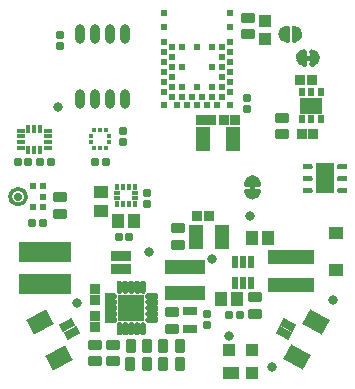
<source format=gts>
G04*
G04 #@! TF.GenerationSoftware,Altium Limited,Altium Designer,20.2.6 (244)*
G04*
G04 Layer_Color=8388736*
%FSLAX25Y25*%
%MOIN*%
G70*
G04*
G04 #@! TF.SameCoordinates,E73447B6-61B4-4EEF-956E-7A2C62B3FEF5*
G04*
G04*
G04 #@! TF.FilePolarity,Negative*
G04*
G01*
G75*
%ADD26C,0.01595*%
G04:AMPARAMS|DCode=43|XSize=10mil|YSize=10mil|CornerRadius=1.25mil|HoleSize=0mil|Usage=FLASHONLY|Rotation=90.000|XOffset=0mil|YOffset=0mil|HoleType=Round|Shape=RoundedRectangle|*
%AMROUNDEDRECTD43*
21,1,0.01000,0.00750,0,0,90.0*
21,1,0.00750,0.01000,0,0,90.0*
1,1,0.00250,0.00375,0.00375*
1,1,0.00250,0.00375,-0.00375*
1,1,0.00250,-0.00375,-0.00375*
1,1,0.00250,-0.00375,0.00375*
%
%ADD43ROUNDEDRECTD43*%
G04:AMPARAMS|DCode=44|XSize=10mil|YSize=10mil|CornerRadius=1.25mil|HoleSize=0mil|Usage=FLASHONLY|Rotation=180.000|XOffset=0mil|YOffset=0mil|HoleType=Round|Shape=RoundedRectangle|*
%AMROUNDEDRECTD44*
21,1,0.01000,0.00750,0,0,180.0*
21,1,0.00750,0.01000,0,0,180.0*
1,1,0.00250,-0.00375,0.00375*
1,1,0.00250,0.00375,0.00375*
1,1,0.00250,0.00375,-0.00375*
1,1,0.00250,-0.00375,-0.00375*
%
%ADD44ROUNDEDRECTD44*%
%ADD51R,0.01378X0.01476*%
%ADD52R,0.01476X0.01378*%
%ADD55C,0.00992*%
%ADD64C,0.01181*%
%ADD65C,0.01800*%
%ADD66R,0.02375X0.02375*%
%ADD67R,0.03477X0.03320*%
%ADD68R,0.06299X0.09843*%
G04:AMPARAMS|DCode=69|XSize=74.93mil|YSize=55.24mil|CornerRadius=0mil|HoleSize=0mil|Usage=FLASHONLY|Rotation=28.000|XOffset=0mil|YOffset=0mil|HoleType=Round|Shape=Rectangle|*
%AMROTATEDRECTD69*
4,1,4,-0.02011,-0.04198,-0.04605,0.00680,0.02011,0.04198,0.04605,-0.00680,-0.02011,-0.04198,0.0*
%
%ADD69ROTATEDRECTD69*%

G04:AMPARAMS|DCode=70|XSize=47.37mil|YSize=27.69mil|CornerRadius=0mil|HoleSize=0mil|Usage=FLASHONLY|Rotation=28.000|XOffset=0mil|YOffset=0mil|HoleType=Round|Shape=Rectangle|*
%AMROTATEDRECTD70*
4,1,4,-0.01441,-0.02334,-0.02741,0.00110,0.01441,0.02334,0.02741,-0.00110,-0.01441,-0.02334,0.0*
%
%ADD70ROTATEDRECTD70*%

%ADD71R,0.05131X0.08280*%
%ADD72C,0.03162*%
%ADD73R,0.04540X0.04343*%
G04:AMPARAMS|DCode=74|XSize=47.37mil|YSize=35.56mil|CornerRadius=10.89mil|HoleSize=0mil|Usage=FLASHONLY|Rotation=180.000|XOffset=0mil|YOffset=0mil|HoleType=Round|Shape=RoundedRectangle|*
%AMROUNDEDRECTD74*
21,1,0.04737,0.01378,0,0,180.0*
21,1,0.02559,0.03556,0,0,180.0*
1,1,0.02178,-0.01280,0.00689*
1,1,0.02178,0.01280,0.00689*
1,1,0.02178,0.01280,-0.00689*
1,1,0.02178,-0.01280,-0.00689*
%
%ADD74ROUNDEDRECTD74*%
G04:AMPARAMS|DCode=75|XSize=47.37mil|YSize=35.56mil|CornerRadius=10.89mil|HoleSize=0mil|Usage=FLASHONLY|Rotation=270.000|XOffset=0mil|YOffset=0mil|HoleType=Round|Shape=RoundedRectangle|*
%AMROUNDEDRECTD75*
21,1,0.04737,0.01378,0,0,270.0*
21,1,0.02559,0.03556,0,0,270.0*
1,1,0.02178,-0.00689,-0.01280*
1,1,0.02178,-0.00689,0.01280*
1,1,0.02178,0.00689,0.01280*
1,1,0.02178,0.00689,-0.01280*
%
%ADD75ROUNDEDRECTD75*%
%ADD76R,0.03792X0.03635*%
%ADD77R,0.04540X0.02572*%
G04:AMPARAMS|DCode=78|XSize=29.65mil|YSize=27.69mil|CornerRadius=6.46mil|HoleSize=0mil|Usage=FLASHONLY|Rotation=0.000|XOffset=0mil|YOffset=0mil|HoleType=Round|Shape=RoundedRectangle|*
%AMROUNDEDRECTD78*
21,1,0.02965,0.01476,0,0,0.0*
21,1,0.01673,0.02769,0,0,0.0*
1,1,0.01292,0.00837,-0.00738*
1,1,0.01292,-0.00837,-0.00738*
1,1,0.01292,-0.00837,0.00738*
1,1,0.01292,0.00837,0.00738*
%
%ADD78ROUNDEDRECTD78*%
%ADD79R,0.07493X0.05721*%
%ADD80R,0.02375X0.02965*%
%ADD81R,0.04737X0.04343*%
G04:AMPARAMS|DCode=82|XSize=29.65mil|YSize=27.69mil|CornerRadius=6.46mil|HoleSize=0mil|Usage=FLASHONLY|Rotation=270.000|XOffset=0mil|YOffset=0mil|HoleType=Round|Shape=RoundedRectangle|*
%AMROUNDEDRECTD82*
21,1,0.02965,0.01476,0,0,270.0*
21,1,0.01673,0.02769,0,0,270.0*
1,1,0.01292,-0.00738,-0.00837*
1,1,0.01292,-0.00738,0.00837*
1,1,0.01292,0.00738,0.00837*
1,1,0.01292,0.00738,-0.00837*
%
%ADD82ROUNDEDRECTD82*%
%ADD83R,0.01784X0.01883*%
%ADD84R,0.01883X0.01784*%
%ADD85R,0.04147X0.04540*%
%ADD86O,0.03162X0.06509*%
%ADD87R,0.02055X0.02362*%
%ADD88R,0.03950X0.03950*%
%ADD89R,0.04540X0.02965*%
G04:AMPARAMS|DCode=90|XSize=47.37mil|YSize=27.69mil|CornerRadius=0mil|HoleSize=0mil|Usage=FLASHONLY|Rotation=151.000|XOffset=0mil|YOffset=0mil|HoleType=Round|Shape=Rectangle|*
%AMROTATEDRECTD90*
4,1,4,0.02743,0.00062,0.01401,-0.02359,-0.02743,-0.00062,-0.01401,0.02359,0.02743,0.00062,0.0*
%
%ADD90ROTATEDRECTD90*%

G04:AMPARAMS|DCode=91|XSize=74.93mil|YSize=55.24mil|CornerRadius=0mil|HoleSize=0mil|Usage=FLASHONLY|Rotation=151.000|XOffset=0mil|YOffset=0mil|HoleType=Round|Shape=Rectangle|*
%AMROTATEDRECTD91*
4,1,4,0.04616,0.00600,0.01938,-0.04232,-0.04616,-0.00600,-0.01938,0.04232,0.04616,0.00600,0.0*
%
%ADD91ROTATEDRECTD91*%

%ADD92R,0.02178X0.03950*%
%ADD93R,0.02670X0.01784*%
%ADD94R,0.01784X0.02670*%
%ADD95R,0.08871X0.08871*%
%ADD96R,0.15367X0.04658*%
%ADD97R,0.17729X0.07099*%
%ADD98R,0.13398X0.04737*%
%ADD99R,0.03950X0.04343*%
%ADD100R,0.05524X0.04343*%
%ADD101R,0.03241X0.03398*%
%ADD102R,0.03398X0.03241*%
%ADD103C,0.02769*%
%ADD104C,0.02600*%
G36*
X36252Y57497D02*
X36304Y57487D01*
X36353Y57470D01*
X36400Y57447D01*
X36444Y57418D01*
X36483Y57384D01*
X36518Y57344D01*
X36547Y57300D01*
X36570Y57253D01*
X36587Y57204D01*
X36597Y57152D01*
X36601Y57100D01*
X36601Y52850D01*
X36599Y52826D01*
X36598Y52802D01*
X36598Y52800D01*
X36597Y52798D01*
X36593Y52774D01*
X36588Y52750D01*
X36588Y52748D01*
X36587Y52746D01*
X36579Y52723D01*
X36572Y52701D01*
X36571Y52699D01*
X36570Y52697D01*
X36560Y52675D01*
X36549Y52653D01*
X36548Y52652D01*
X36547Y52650D01*
X36534Y52630D01*
X36521Y52609D01*
X36519Y52608D01*
X36518Y52606D01*
X36503Y52588D01*
X36487Y52570D01*
X36485Y52568D01*
X36483Y52567D01*
X36466Y52551D01*
X36448Y52535D01*
X36446Y52533D01*
X36444Y52532D01*
X36425Y52519D01*
X36404Y52505D01*
X36402Y52504D01*
X36400Y52503D01*
X36380Y52492D01*
X36358Y52481D01*
X36355Y52481D01*
X36353Y52480D01*
X36331Y52472D01*
X36308Y52464D01*
X36306Y52464D01*
X36304Y52463D01*
X36280Y52458D01*
X36257Y52453D01*
X36255Y52453D01*
X36252Y52453D01*
X36229Y52451D01*
X36204Y52449D01*
X36202Y52449D01*
X36200Y52449D01*
X36176Y52451D01*
X36152Y52452D01*
X36150Y52452D01*
X36148Y52453D01*
X36124Y52457D01*
X36101Y52462D01*
X36098Y52462D01*
X36096Y52463D01*
X36073Y52471D01*
X36051Y52478D01*
X36049Y52479D01*
X36047Y52480D01*
X36025Y52490D01*
X36003Y52501D01*
X36002Y52502D01*
X36000Y52503D01*
X35980Y52516D01*
X35960Y52529D01*
X33959Y54029D01*
X33958Y54031D01*
X33956Y54032D01*
X33937Y54048D01*
X33920Y54063D01*
X33918Y54065D01*
X33917Y54066D01*
X33901Y54084D01*
X33885Y54102D01*
X33883Y54104D01*
X33882Y54106D01*
X33869Y54125D01*
X33855Y54146D01*
X33854Y54148D01*
X33853Y54150D01*
X33842Y54171D01*
X33831Y54193D01*
X33831Y54195D01*
X33830Y54197D01*
X33822Y54219D01*
X33814Y54242D01*
X33814Y54244D01*
X33813Y54246D01*
X33808Y54269D01*
X33803Y54293D01*
X33803Y54295D01*
X33803Y54298D01*
X33801Y54322D01*
X33799Y54346D01*
X33799Y54348D01*
X33799Y54350D01*
X33799Y56100D01*
X33803Y56152D01*
X33813Y56204D01*
X33830Y56253D01*
X33841Y56277D01*
X33853Y56300D01*
X33863Y56315D01*
X33882Y56344D01*
X33917Y56384D01*
X34917Y57384D01*
X34956Y57418D01*
X35000Y57447D01*
X35047Y57470D01*
X35096Y57487D01*
X35148Y57497D01*
X35200Y57501D01*
X36200D01*
X36252Y57497D01*
D02*
G37*
G36*
X39752Y57497D02*
X39804Y57487D01*
X39853Y57470D01*
X39900Y57447D01*
X39944Y57418D01*
X39983Y57384D01*
X40983Y56384D01*
X41018Y56344D01*
X41028Y56330D01*
X41047Y56300D01*
X41070Y56253D01*
X41087Y56204D01*
X41097Y56152D01*
X41101Y56100D01*
X41101Y54350D01*
X41101Y54348D01*
X41101Y54346D01*
X41099Y54322D01*
X41097Y54298D01*
X41097Y54295D01*
X41097Y54293D01*
X41092Y54269D01*
X41087Y54246D01*
X41087Y54244D01*
X41086Y54242D01*
X41078Y54219D01*
X41070Y54197D01*
X41069Y54195D01*
X41069Y54193D01*
X41058Y54171D01*
X41047Y54150D01*
X41046Y54148D01*
X41045Y54146D01*
X41031Y54125D01*
X41018Y54106D01*
X41017Y54104D01*
X41015Y54102D01*
X40999Y54085D01*
X40984Y54066D01*
X40982Y54065D01*
X40980Y54063D01*
X40962Y54048D01*
X40944Y54032D01*
X40942Y54031D01*
X40940Y54029D01*
X38941Y52529D01*
X38920Y52516D01*
X38901Y52503D01*
X38899Y52502D01*
X38897Y52501D01*
X38875Y52490D01*
X38853Y52480D01*
X38851Y52479D01*
X38849Y52478D01*
X38827Y52470D01*
X38804Y52463D01*
X38802Y52462D01*
X38800Y52462D01*
X38776Y52457D01*
X38752Y52452D01*
X38750Y52452D01*
X38748Y52452D01*
X38724Y52451D01*
X38700Y52449D01*
X38698Y52449D01*
X38696Y52449D01*
X38671Y52451D01*
X38648Y52452D01*
X38645Y52453D01*
X38643Y52453D01*
X38620Y52458D01*
X38596Y52463D01*
X38594Y52464D01*
X38592Y52464D01*
X38569Y52472D01*
X38547Y52480D01*
X38545Y52481D01*
X38543Y52481D01*
X38521Y52492D01*
X38500Y52503D01*
X38498Y52504D01*
X38496Y52505D01*
X38476Y52519D01*
X38456Y52532D01*
X38454Y52533D01*
X38453Y52535D01*
X38434Y52551D01*
X38417Y52566D01*
X38415Y52568D01*
X38414Y52570D01*
X38398Y52588D01*
X38382Y52606D01*
X38381Y52608D01*
X38379Y52609D01*
X38366Y52630D01*
X38353Y52649D01*
X38352Y52652D01*
X38351Y52653D01*
X38340Y52675D01*
X38330Y52697D01*
X38329Y52699D01*
X38328Y52701D01*
X38320Y52723D01*
X38313Y52746D01*
X38312Y52748D01*
X38312Y52750D01*
X38307Y52774D01*
X38303Y52798D01*
X38302Y52800D01*
X38302Y52802D01*
X38301Y52826D01*
X38299Y52850D01*
X38299Y57100D01*
X38303Y57152D01*
X38313Y57204D01*
X38330Y57253D01*
X38353Y57300D01*
X38382Y57344D01*
X38416Y57384D01*
X38456Y57418D01*
X38500Y57447D01*
X38547Y57470D01*
X38596Y57487D01*
X38648Y57497D01*
X38700Y57501D01*
X39700Y57501D01*
X39752Y57497D01*
D02*
G37*
G36*
X42145Y49618D02*
X42196Y49608D01*
X42246Y49591D01*
X42293Y49568D01*
X42322Y49549D01*
X42336Y49539D01*
X42376Y49504D01*
Y49504D01*
X42376D01*
X42410Y49465D01*
X42420Y49450D01*
X42439Y49421D01*
X42463Y49374D01*
X42480Y49325D01*
X42490Y49273D01*
X42493Y49221D01*
X42493Y44971D01*
X42492Y44947D01*
X42490Y44923D01*
X42490Y44921D01*
X42490Y44918D01*
X42485Y44895D01*
X42481Y44871D01*
X42480Y44869D01*
X42480Y44867D01*
X42472Y44844D01*
X42465Y44821D01*
X42463Y44819D01*
X42463Y44817D01*
X42452Y44796D01*
X42442Y44774D01*
X42441Y44772D01*
X42440Y44770D01*
X42426Y44751D01*
X42413Y44730D01*
X42412Y44728D01*
X42410Y44727D01*
X42395Y44709D01*
X42379Y44690D01*
X42377Y44689D01*
X42376Y44687D01*
X42358Y44672D01*
X42340Y44655D01*
X42338Y44654D01*
X42336Y44653D01*
X42317Y44640D01*
X42297Y44626D01*
X42295Y44625D01*
X42293Y44624D01*
X42271Y44613D01*
X42250Y44602D01*
X42248Y44601D01*
X42246Y44600D01*
X42223Y44592D01*
X42200Y44585D01*
X42198Y44584D01*
X42196Y44583D01*
X42173Y44579D01*
X42149Y44574D01*
X42147Y44574D01*
X42145Y44573D01*
X42121Y44572D01*
X42097Y44570D01*
X42095Y44570D01*
X42092Y44570D01*
X42069Y44571D01*
X42044Y44573D01*
X42042Y44573D01*
X42040Y44573D01*
X42017Y44578D01*
X41993Y44582D01*
X41991Y44583D01*
X41989Y44583D01*
X41966Y44591D01*
X41943Y44599D01*
X41941Y44600D01*
X41939Y44600D01*
X41918Y44611D01*
X41896Y44621D01*
X41894Y44623D01*
X41892Y44624D01*
X41872Y44637D01*
X41852Y44650D01*
X39852Y46150D01*
X39850Y46152D01*
X39848Y46153D01*
X39830Y46169D01*
X39812Y46184D01*
X39811Y46186D01*
X39809Y46187D01*
X39793Y46205D01*
X39777Y46223D01*
X39776Y46225D01*
X39774Y46227D01*
X39761Y46246D01*
X39747Y46266D01*
X39746Y46268D01*
X39745Y46270D01*
X39735Y46292D01*
X39724Y46313D01*
X39723Y46315D01*
X39722Y46317D01*
X39714Y46341D01*
X39706Y46363D01*
X39706Y46365D01*
X39705Y46367D01*
X39700Y46391D01*
X39696Y46414D01*
X39695Y46416D01*
X39695Y46418D01*
X39693Y46443D01*
X39692Y46466D01*
X39692Y46468D01*
X39691Y46471D01*
X39691Y48221D01*
X39695Y48273D01*
X39705Y48324D01*
X39722Y48374D01*
X39745Y48420D01*
X39745Y48421D01*
D01*
X39745Y48421D01*
X39760Y48443D01*
X39774Y48465D01*
X39809Y48504D01*
X40809Y49504D01*
X40809D01*
Y49504D01*
X40848Y49539D01*
X40863Y49549D01*
X40892Y49568D01*
X40938Y49591D01*
X40939Y49591D01*
X40989Y49608D01*
X41030Y49616D01*
X41040Y49618D01*
X41092Y49622D01*
X41092D01*
X41092D01*
X42092D01*
X42145Y49618D01*
D02*
G37*
G36*
X45645Y49618D02*
X45696Y49608D01*
X45746Y49591D01*
X45793Y49568D01*
X45836Y49539D01*
X45876Y49504D01*
X46876Y48504D01*
D01*
D01*
X46876Y48504D01*
X46910Y48465D01*
X46920Y48450D01*
X46940Y48421D01*
X46963Y48374D01*
X46980Y48325D01*
X46990Y48273D01*
X46993Y48221D01*
X46993Y46471D01*
X46993Y46468D01*
X46993Y46466D01*
X46991Y46443D01*
X46990Y46418D01*
X46989Y46416D01*
X46989Y46414D01*
X46984Y46390D01*
X46980Y46367D01*
X46979Y46365D01*
X46978Y46363D01*
X46970Y46340D01*
X46963Y46317D01*
X46962Y46315D01*
X46961Y46313D01*
X46950Y46292D01*
X46940Y46270D01*
X46938Y46268D01*
X46937Y46266D01*
X46924Y46246D01*
X46910Y46227D01*
X46909Y46225D01*
X46908Y46223D01*
X46892Y46205D01*
X46876Y46187D01*
X46874Y46186D01*
X46873Y46184D01*
X46854Y46169D01*
X46836Y46153D01*
X46835Y46152D01*
X46833Y46150D01*
X44833Y44650D01*
X44812Y44637D01*
X44793Y44624D01*
X44791Y44623D01*
X44789Y44621D01*
X44767Y44611D01*
X44746Y44600D01*
X44744Y44600D01*
X44742Y44599D01*
X44719Y44591D01*
X44696Y44583D01*
X44694Y44583D01*
X44692Y44582D01*
X44668Y44578D01*
X44645Y44573D01*
X44642Y44573D01*
X44640Y44573D01*
X44617Y44572D01*
X44592Y44570D01*
X44590Y44570D01*
X44588Y44570D01*
X44564Y44572D01*
X44540Y44573D01*
X44538Y44574D01*
X44536Y44574D01*
X44512Y44579D01*
X44489Y44583D01*
X44486Y44584D01*
X44484Y44585D01*
X44462Y44592D01*
X44439Y44600D01*
X44437Y44601D01*
X44435Y44602D01*
X44414Y44613D01*
X44392Y44624D01*
X44390Y44625D01*
X44388Y44626D01*
X44368Y44640D01*
X44348Y44653D01*
X44347Y44654D01*
X44345Y44655D01*
X44327Y44671D01*
X44309Y44687D01*
X44307Y44689D01*
X44306Y44690D01*
X44290Y44708D01*
X44274Y44727D01*
X44273Y44728D01*
X44272Y44730D01*
X44259Y44750D01*
X44245Y44770D01*
X44244Y44772D01*
X44243Y44774D01*
X44233Y44796D01*
X44222Y44817D01*
X44221Y44820D01*
X44220Y44821D01*
X44213Y44844D01*
X44205Y44867D01*
X44205Y44869D01*
X44204Y44871D01*
X44200Y44895D01*
X44195Y44918D01*
X44195Y44921D01*
X44194Y44923D01*
X44193Y44946D01*
X44192Y44971D01*
X44192Y49221D01*
X44195Y49273D01*
X44205Y49325D01*
X44222Y49374D01*
X44245Y49421D01*
X44274Y49465D01*
X44309Y49504D01*
X44348Y49539D01*
X44392Y49568D01*
X44439Y49591D01*
X44489Y49608D01*
X44540Y49618D01*
X44592Y49622D01*
X45592D01*
X45645Y49618D01*
D02*
G37*
G36*
X56405Y10051D02*
X53768D01*
X53442Y10186D01*
X53193Y10435D01*
X53058Y10761D01*
Y10937D01*
Y11113D01*
X53193Y11439D01*
X53442Y11688D01*
X53768Y11823D01*
X53944D01*
X53944Y11823D01*
X56405Y11823D01*
X56405Y10051D01*
D02*
G37*
G36*
X44603Y11688D02*
X44853Y11439D01*
X44987Y11113D01*
Y10937D01*
Y10761D01*
X44853Y10435D01*
X44603Y10186D01*
X44278Y10051D01*
X44102D01*
X44102Y10051D01*
X41641Y10051D01*
X41641Y11823D01*
X44102Y11823D01*
X44278D01*
X44603Y11688D01*
D02*
G37*
G36*
X25863Y7673D02*
X25916Y7669D01*
X25967Y7659D01*
X26017Y7642D01*
X26062Y7620D01*
X26064Y7619D01*
D01*
X26064Y7619D01*
X26085Y7604D01*
X26107Y7590D01*
X26147Y7555D01*
X27147Y6555D01*
X27176Y6521D01*
X27181Y6516D01*
X27210Y6472D01*
X27233Y6425D01*
X27242Y6401D01*
X27250Y6376D01*
X27261Y6324D01*
X27264Y6272D01*
Y6272D01*
Y6272D01*
X27264Y5272D01*
X27261Y5220D01*
X27250Y5168D01*
X27233Y5119D01*
X27222Y5095D01*
X27210Y5071D01*
X27181Y5028D01*
X27147Y4989D01*
X27147D01*
Y4989D01*
X27107Y4954D01*
X27064Y4925D01*
X27040Y4913D01*
X27016Y4902D01*
X26967Y4885D01*
X26915Y4874D01*
X26863Y4871D01*
X22613Y4871D01*
X22589Y4873D01*
X22565Y4874D01*
X22563Y4874D01*
X22561Y4874D01*
X22537Y4879D01*
X22514Y4884D01*
X22512Y4884D01*
X22509Y4885D01*
X22487Y4892D01*
X22464Y4900D01*
X22462Y4901D01*
X22460Y4902D01*
X22438Y4912D01*
X22416Y4923D01*
X22415Y4924D01*
X22413Y4925D01*
X22393Y4938D01*
X22373Y4951D01*
X22371Y4953D01*
X22369Y4954D01*
X22351Y4970D01*
X22333Y4985D01*
X22331Y4987D01*
X22330Y4989D01*
X22314Y5006D01*
X22298Y5024D01*
X22297Y5026D01*
X22295Y5028D01*
X22282Y5048D01*
X22268Y5068D01*
X22267Y5070D01*
X22266Y5071D01*
X22255Y5093D01*
X22244Y5114D01*
X22244Y5116D01*
X22243Y5119D01*
X22235Y5141D01*
X22227Y5164D01*
X22227Y5166D01*
X22226Y5168D01*
X22221Y5192D01*
X22216Y5215D01*
X22216Y5217D01*
X22216Y5220D01*
X22214Y5243D01*
X22212Y5268D01*
X22212Y5270D01*
X22212Y5272D01*
X22214Y5296D01*
X22215Y5320D01*
X22216Y5322D01*
X22216Y5324D01*
X22220Y5348D01*
X22225Y5371D01*
X22226Y5373D01*
X22226Y5376D01*
X22234Y5398D01*
X22241Y5421D01*
X22242Y5423D01*
X22243Y5425D01*
X22253Y5447D01*
X22264Y5469D01*
X22265Y5470D01*
X22266Y5472D01*
X22279Y5492D01*
X22292Y5512D01*
X23792Y7513D01*
X23794Y7514D01*
X23795Y7516D01*
X23811Y7534D01*
X23827Y7552D01*
X23828Y7554D01*
X23830Y7555D01*
X23848Y7571D01*
X23866Y7587D01*
X23867Y7588D01*
X23869Y7590D01*
X23889Y7603D01*
X23909Y7617D01*
X23911Y7618D01*
X23913Y7619D01*
X23934Y7630D01*
X23956Y7641D01*
X23958Y7641D01*
X23960Y7642D01*
X23982Y7650D01*
X24005Y7658D01*
X24007Y7659D01*
X24009Y7659D01*
X24033Y7664D01*
X24057Y7669D01*
X24059Y7669D01*
X24061Y7669D01*
X24085Y7671D01*
X24109Y7673D01*
X24111Y7673D01*
X24113Y7673D01*
X25863Y7673D01*
D02*
G37*
G36*
X44603Y7751D02*
X44853Y7502D01*
X44987Y7176D01*
Y7000D01*
Y6824D01*
X44853Y6498D01*
X44603Y6249D01*
X44278Y6114D01*
X44102D01*
X44102Y6114D01*
X41641Y6114D01*
Y7886D01*
X44102Y7886D01*
X44278D01*
X44603Y7751D01*
D02*
G37*
G36*
X56405Y7886D02*
X56405Y6114D01*
X53944Y6114D01*
X53768D01*
X53442Y6249D01*
X53193Y6498D01*
X53058Y6824D01*
Y7000D01*
Y7176D01*
X53193Y7502D01*
X53442Y7751D01*
X53768Y7886D01*
X53944D01*
X53944Y7886D01*
X56405Y7886D01*
D02*
G37*
G36*
X26915Y3169D02*
X26967Y3159D01*
X27016Y3142D01*
X27064Y3119D01*
X27107Y3090D01*
X27142Y3060D01*
X27147Y3055D01*
Y3055D01*
X27147D01*
X27151Y3051D01*
X27181Y3016D01*
X27210Y2972D01*
X27233Y2925D01*
X27250Y2876D01*
X27261Y2824D01*
X27264Y2772D01*
X27264Y1772D01*
X27261Y1720D01*
X27250Y1668D01*
X27233Y1619D01*
X27210Y1572D01*
X27181Y1528D01*
X27147Y1488D01*
X26147Y489D01*
X26107Y454D01*
X26064Y425D01*
X26017Y402D01*
X25967Y385D01*
X25916Y375D01*
X25863Y371D01*
X25863D01*
D01*
X24113Y371D01*
X24111Y371D01*
X24109Y371D01*
X24085Y373D01*
X24061Y375D01*
X24059Y375D01*
X24056Y375D01*
X24033Y380D01*
X24009Y385D01*
X24007Y385D01*
X24005Y386D01*
X23983Y394D01*
X23960Y402D01*
X23958Y403D01*
X23956Y403D01*
X23934Y414D01*
X23913Y425D01*
X23911Y426D01*
X23909Y427D01*
X23889Y441D01*
X23869Y454D01*
X23867Y455D01*
X23866Y457D01*
X23848Y473D01*
X23830Y489D01*
X23828Y490D01*
X23827Y492D01*
X23811Y510D01*
X23795Y528D01*
X23794Y530D01*
X23792Y531D01*
X22293Y2531D01*
X22279Y2552D01*
X22266Y2572D01*
X22265Y2573D01*
X22264Y2575D01*
X22253Y2597D01*
X22243Y2619D01*
X22242Y2621D01*
X22241Y2623D01*
X22234Y2645D01*
X22226Y2668D01*
X22226Y2670D01*
X22225Y2672D01*
X22220Y2696D01*
X22216Y2720D01*
X22216Y2722D01*
X22215Y2724D01*
X22214Y2748D01*
X22212Y2772D01*
X22212Y2774D01*
X22212Y2776D01*
X22214Y2800D01*
X22216Y2824D01*
X22216Y2826D01*
X22216Y2829D01*
X22221Y2852D01*
X22226Y2876D01*
X22227Y2878D01*
X22227Y2880D01*
X22235Y2902D01*
X22243Y2925D01*
X22244Y2927D01*
X22245Y2929D01*
X22255Y2951D01*
X22266Y2972D01*
X22267Y2974D01*
X22268Y2976D01*
X22282Y2996D01*
X22295Y3016D01*
X22297Y3018D01*
X22298Y3019D01*
X22314Y3037D01*
X22330Y3055D01*
X22331Y3057D01*
X22333Y3059D01*
X22351Y3074D01*
X22369Y3090D01*
X22371Y3091D01*
X22373Y3093D01*
X22393Y3106D01*
X22413Y3119D01*
X22415Y3120D01*
X22417Y3121D01*
X22438Y3131D01*
X22460Y3142D01*
X22462Y3143D01*
X22464Y3144D01*
X22486Y3151D01*
X22510Y3159D01*
X22512Y3160D01*
X22514Y3160D01*
X22537Y3165D01*
X22561Y3169D01*
X22563Y3170D01*
X22565Y3170D01*
X22589Y3171D01*
X22613Y3173D01*
X26863Y3173D01*
D01*
D01*
X26863D01*
X26915Y3169D01*
D02*
G37*
G36*
X44603Y3814D02*
X44853Y3565D01*
X44987Y3239D01*
Y3063D01*
Y2887D01*
X44853Y2561D01*
X44603Y2312D01*
X44278Y2177D01*
X44102D01*
Y2177D01*
X41641Y2177D01*
X41641Y3949D01*
X44278D01*
X44603Y3814D01*
D02*
G37*
G36*
X56405Y3949D02*
X56405Y2177D01*
X53944Y2177D01*
X53768D01*
X53442Y2312D01*
X53193Y2561D01*
X53058Y2887D01*
Y3063D01*
Y3239D01*
X53193Y3565D01*
X53442Y3814D01*
X53768Y3949D01*
X53944D01*
X56405Y3949D01*
D02*
G37*
G36*
X-7060Y-31314D02*
X-7009Y-31325D01*
X-6959Y-31341D01*
X-6912Y-31365D01*
X-6869Y-31394D01*
X-6829Y-31428D01*
X-6795Y-31468D01*
X-6765Y-31511D01*
X-6742Y-31558D01*
X-6725Y-31608D01*
X-6715Y-31659D01*
X-6712Y-31712D01*
Y-32814D01*
X-6715Y-32866D01*
X-6725Y-32918D01*
X-6742Y-32968D01*
X-6765Y-33015D01*
X-6795Y-33058D01*
X-6829Y-33098D01*
X-6869Y-33132D01*
X-6912Y-33161D01*
X-6959Y-33184D01*
X-7009Y-33201D01*
X-7060Y-33212D01*
X-7113Y-33215D01*
X-10018D01*
X-10070Y-33212D01*
X-10121Y-33201D01*
X-10171Y-33184D01*
X-10373Y-33101D01*
X-10373Y-33101D01*
X-10397Y-33089D01*
X-10420Y-33077D01*
X-10464Y-33048D01*
X-10503Y-33014D01*
X-10504Y-33014D01*
X-10659Y-32859D01*
X-10659Y-32859D01*
X-10693Y-32819D01*
X-10722Y-32776D01*
X-10746Y-32729D01*
X-10829Y-32526D01*
X-10846Y-32476D01*
X-10857Y-32425D01*
X-10860Y-32373D01*
Y-32263D01*
Y-32153D01*
X-10857Y-32101D01*
X-10846Y-32050D01*
X-10829Y-32000D01*
X-10746Y-31797D01*
X-10746Y-31797D01*
X-10734Y-31774D01*
X-10722Y-31750D01*
X-10693Y-31707D01*
X-10659Y-31667D01*
X-10659Y-31667D01*
X-10503Y-31512D01*
X-10464Y-31478D01*
X-10450Y-31468D01*
X-10420Y-31449D01*
X-10373Y-31425D01*
X-10171Y-31341D01*
X-10171Y-31341D01*
X-10121Y-31325D01*
X-10090Y-31319D01*
X-10070Y-31314D01*
X-10018Y-31311D01*
X-10018D01*
X-10018D01*
X-7113D01*
X-7060Y-31314D01*
D02*
G37*
G36*
X-21084D02*
X-21033Y-31325D01*
X-20999Y-31336D01*
X-20983Y-31341D01*
X-20983Y-31341D01*
X-20781Y-31425D01*
X-20781Y-31425D01*
X-20749Y-31441D01*
X-20734Y-31449D01*
X-20690Y-31478D01*
X-20651Y-31512D01*
X-20651Y-31512D01*
X-20496Y-31667D01*
X-20461Y-31707D01*
X-20451Y-31721D01*
X-20432Y-31750D01*
X-20409Y-31797D01*
X-20325Y-32000D01*
X-20325Y-32000D01*
X-20308Y-32050D01*
X-20302Y-32081D01*
X-20298Y-32101D01*
X-20294Y-32153D01*
Y-32153D01*
Y-32153D01*
Y-32263D01*
Y-32373D01*
Y-32373D01*
Y-32373D01*
X-20298Y-32425D01*
X-20308Y-32476D01*
X-20320Y-32510D01*
X-20325Y-32526D01*
X-20325Y-32526D01*
X-20409Y-32728D01*
X-20409Y-32729D01*
X-20424Y-32760D01*
X-20432Y-32776D01*
X-20461Y-32819D01*
X-20496Y-32859D01*
X-20496Y-32859D01*
X-20651Y-33014D01*
X-20651Y-33014D01*
X-20690Y-33048D01*
X-20734Y-33077D01*
X-20781Y-33101D01*
X-20983Y-33184D01*
X-21033Y-33201D01*
X-21084Y-33212D01*
X-21137Y-33215D01*
X-24042D01*
X-24094Y-33212D01*
X-24146Y-33201D01*
X-24195Y-33184D01*
X-24242Y-33161D01*
X-24286Y-33132D01*
X-24325Y-33098D01*
X-24360Y-33058D01*
X-24389Y-33015D01*
X-24412Y-32968D01*
X-24429Y-32918D01*
X-24439Y-32866D01*
X-24443Y-32814D01*
Y-31712D01*
X-24439Y-31659D01*
X-24429Y-31608D01*
X-24412Y-31558D01*
X-24389Y-31511D01*
X-24360Y-31468D01*
X-24325Y-31428D01*
X-24286Y-31394D01*
X-24242Y-31365D01*
X-24195Y-31341D01*
X-24146Y-31325D01*
X-24094Y-31314D01*
X-24042Y-31311D01*
X-21137D01*
X-21137D01*
X-21137D01*
X-21084Y-31314D01*
D02*
G37*
G36*
X-11037Y-27338D02*
X-10985Y-27348D01*
X-10936Y-27365D01*
X-10888Y-27388D01*
X-10845Y-27417D01*
X-10806Y-27452D01*
X-10771Y-27491D01*
X-10742Y-27535D01*
X-10719Y-27582D01*
X-10702Y-27632D01*
X-10691Y-27683D01*
X-10688Y-27735D01*
Y-30531D01*
Y-30640D01*
Y-30640D01*
Y-30640D01*
X-10691Y-30693D01*
X-10702Y-30744D01*
X-10713Y-30778D01*
X-10719Y-30794D01*
X-10719Y-30794D01*
X-10802Y-30996D01*
X-10802Y-30996D01*
X-10818Y-31028D01*
X-10826Y-31043D01*
X-10855Y-31087D01*
X-10889Y-31126D01*
X-10889Y-31126D01*
X-11044Y-31281D01*
X-11045Y-31281D01*
X-11084Y-31316D01*
X-11128Y-31345D01*
X-11174Y-31368D01*
X-11377Y-31452D01*
X-11427Y-31469D01*
X-11478Y-31479D01*
X-11530Y-31483D01*
X-11750D01*
X-11802Y-31479D01*
X-11853Y-31469D01*
X-11903Y-31452D01*
X-12106Y-31368D01*
X-12106Y-31368D01*
X-12129Y-31357D01*
X-12153Y-31345D01*
X-12196Y-31316D01*
X-12236Y-31281D01*
X-12236Y-31281D01*
X-12391Y-31126D01*
X-12391Y-31126D01*
X-12425Y-31087D01*
X-12455Y-31043D01*
X-12478Y-30996D01*
X-12562Y-30794D01*
X-12578Y-30744D01*
X-12589Y-30693D01*
X-12592Y-30640D01*
Y-30531D01*
Y-27735D01*
X-12589Y-27683D01*
X-12578Y-27632D01*
X-12562Y-27582D01*
X-12539Y-27535D01*
X-12509Y-27491D01*
X-12475Y-27452D01*
X-12435Y-27417D01*
X-12392Y-27388D01*
X-12345Y-27365D01*
X-12295Y-27348D01*
X-12244Y-27338D01*
X-12191Y-27335D01*
X-11089D01*
X-11037Y-27338D01*
D02*
G37*
G36*
X-13005D02*
X-12954Y-27348D01*
X-12904Y-27365D01*
X-12857Y-27388D01*
X-12813Y-27417D01*
X-12774Y-27452D01*
X-12739Y-27491D01*
X-12710Y-27535D01*
X-12687Y-27582D01*
X-12670Y-27632D01*
X-12660Y-27683D01*
X-12657Y-27735D01*
X-12657Y-30531D01*
Y-30640D01*
Y-30640D01*
Y-30640D01*
X-12660Y-30693D01*
X-12670Y-30744D01*
X-12682Y-30778D01*
X-12687Y-30794D01*
X-12687Y-30794D01*
X-12771Y-30996D01*
X-12771Y-30996D01*
X-12787Y-31028D01*
X-12794Y-31043D01*
X-12823Y-31087D01*
X-12858Y-31126D01*
X-12858Y-31126D01*
X-13013Y-31281D01*
X-13013Y-31281D01*
X-13052Y-31316D01*
X-13096Y-31345D01*
X-13143Y-31368D01*
X-13346Y-31452D01*
X-13395Y-31469D01*
X-13447Y-31479D01*
X-13499Y-31483D01*
X-13718D01*
X-13771Y-31479D01*
X-13822Y-31469D01*
X-13872Y-31452D01*
X-14074Y-31368D01*
X-14074Y-31368D01*
X-14097Y-31357D01*
X-14121Y-31345D01*
X-14165Y-31316D01*
X-14204Y-31281D01*
X-14204Y-31281D01*
X-14359Y-31126D01*
X-14359Y-31126D01*
X-14394Y-31087D01*
X-14423Y-31043D01*
X-14446Y-30996D01*
X-14530Y-30794D01*
X-14547Y-30744D01*
X-14557Y-30693D01*
X-14561Y-30640D01*
Y-30531D01*
Y-27735D01*
X-14557Y-27683D01*
X-14547Y-27632D01*
X-14530Y-27582D01*
X-14507Y-27535D01*
X-14478Y-27491D01*
X-14443Y-27452D01*
X-14404Y-27417D01*
X-14360Y-27388D01*
X-14313Y-27365D01*
X-14264Y-27348D01*
X-14212Y-27338D01*
X-14160Y-27335D01*
X-13058D01*
X-13005Y-27338D01*
D02*
G37*
G36*
X-14974D02*
X-14922Y-27348D01*
X-14873Y-27365D01*
X-14826Y-27388D01*
X-14782Y-27417D01*
X-14742Y-27452D01*
X-14708Y-27491D01*
X-14679Y-27535D01*
X-14656Y-27582D01*
X-14639Y-27632D01*
X-14628Y-27683D01*
X-14625Y-27735D01*
Y-30531D01*
Y-30640D01*
Y-30640D01*
Y-30640D01*
X-14628Y-30693D01*
X-14639Y-30744D01*
X-14650Y-30778D01*
X-14656Y-30794D01*
X-14656Y-30794D01*
X-14739Y-30996D01*
X-14739Y-30996D01*
X-14755Y-31028D01*
X-14763Y-31043D01*
X-14792Y-31087D01*
X-14826Y-31126D01*
X-14827Y-31126D01*
X-14981Y-31281D01*
X-14981Y-31281D01*
X-15021Y-31316D01*
X-15065Y-31345D01*
X-15112Y-31368D01*
X-15314Y-31452D01*
X-15364Y-31469D01*
X-15415Y-31479D01*
X-15468Y-31483D01*
X-15687D01*
X-15739Y-31479D01*
X-15790Y-31469D01*
X-15840Y-31452D01*
X-16043Y-31368D01*
X-16043Y-31368D01*
X-16066Y-31357D01*
X-16090Y-31345D01*
X-16133Y-31316D01*
X-16173Y-31281D01*
X-16173Y-31281D01*
X-16328Y-31126D01*
X-16328Y-31126D01*
X-16362Y-31087D01*
X-16392Y-31043D01*
X-16415Y-30996D01*
X-16499Y-30794D01*
X-16515Y-30744D01*
X-16526Y-30693D01*
X-16529Y-30640D01*
Y-30531D01*
Y-27735D01*
X-16526Y-27683D01*
X-16515Y-27632D01*
X-16499Y-27582D01*
X-16476Y-27535D01*
X-16446Y-27491D01*
X-16412Y-27452D01*
X-16372Y-27417D01*
X-16329Y-27388D01*
X-16282Y-27365D01*
X-16232Y-27348D01*
X-16181Y-27338D01*
X-16128Y-27335D01*
X-15026D01*
X-14974Y-27338D01*
D02*
G37*
G36*
X-16942D02*
X-16891Y-27348D01*
X-16841Y-27365D01*
X-16794Y-27388D01*
X-16750Y-27417D01*
X-16711Y-27452D01*
X-16676Y-27491D01*
X-16647Y-27535D01*
X-16624Y-27582D01*
X-16607Y-27632D01*
X-16597Y-27683D01*
X-16594Y-27735D01*
Y-30531D01*
Y-30640D01*
Y-30640D01*
Y-30640D01*
X-16597Y-30693D01*
X-16607Y-30744D01*
X-16619Y-30778D01*
X-16624Y-30794D01*
X-16624Y-30794D01*
X-16708Y-30996D01*
X-16708Y-30996D01*
X-16724Y-31028D01*
X-16731Y-31043D01*
X-16760Y-31087D01*
X-16795Y-31126D01*
X-16795Y-31126D01*
X-16950Y-31281D01*
X-16950Y-31281D01*
X-16989Y-31316D01*
X-17033Y-31345D01*
X-17080Y-31368D01*
X-17283Y-31452D01*
X-17332Y-31469D01*
X-17384Y-31479D01*
X-17436Y-31483D01*
X-17655D01*
X-17708Y-31479D01*
X-17759Y-31469D01*
X-17809Y-31452D01*
X-18011Y-31368D01*
X-18011Y-31368D01*
X-18034Y-31357D01*
X-18058Y-31345D01*
X-18102Y-31316D01*
X-18141Y-31281D01*
X-18141Y-31281D01*
X-18296Y-31126D01*
X-18296Y-31126D01*
X-18331Y-31087D01*
X-18360Y-31043D01*
X-18383Y-30996D01*
X-18467Y-30794D01*
X-18484Y-30744D01*
X-18494Y-30693D01*
X-18498Y-30640D01*
Y-30531D01*
X-18498Y-30531D01*
Y-27735D01*
X-18494Y-27683D01*
X-18484Y-27632D01*
X-18467Y-27582D01*
X-18444Y-27535D01*
X-18415Y-27491D01*
X-18380Y-27452D01*
X-18341Y-27417D01*
X-18297Y-27388D01*
X-18250Y-27365D01*
X-18201Y-27348D01*
X-18149Y-27338D01*
X-18097Y-27335D01*
X-16995D01*
X-16942Y-27338D01*
D02*
G37*
G36*
X-18911D02*
X-18859Y-27348D01*
X-18810Y-27365D01*
X-18763Y-27388D01*
X-18719Y-27417D01*
X-18679Y-27452D01*
X-18645Y-27491D01*
X-18616Y-27535D01*
X-18593Y-27582D01*
X-18576Y-27632D01*
X-18565Y-27683D01*
X-18562Y-27735D01*
Y-30531D01*
Y-30640D01*
Y-30640D01*
Y-30640D01*
X-18565Y-30693D01*
X-18576Y-30744D01*
X-18587Y-30778D01*
X-18593Y-30794D01*
X-18593Y-30794D01*
X-18677Y-30996D01*
X-18677Y-30996D01*
X-18692Y-31028D01*
X-18700Y-31043D01*
X-18729Y-31087D01*
X-18764Y-31126D01*
X-18764Y-31126D01*
X-18918Y-31281D01*
X-18918Y-31281D01*
X-18958Y-31316D01*
X-19002Y-31345D01*
X-19049Y-31368D01*
X-19251Y-31452D01*
X-19301Y-31469D01*
X-19352Y-31479D01*
X-19405Y-31483D01*
X-19624D01*
X-19676Y-31479D01*
X-19727Y-31469D01*
X-19777Y-31452D01*
X-19980Y-31368D01*
X-19980Y-31368D01*
X-20003Y-31357D01*
X-20027Y-31345D01*
X-20070Y-31316D01*
X-20110Y-31281D01*
X-20110Y-31281D01*
X-20265Y-31126D01*
X-20265Y-31126D01*
X-20299Y-31087D01*
X-20329Y-31043D01*
X-20352Y-30996D01*
X-20436Y-30794D01*
X-20452Y-30744D01*
X-20463Y-30693D01*
X-20466Y-30640D01*
Y-30531D01*
Y-27735D01*
X-20463Y-27683D01*
X-20452Y-27632D01*
X-20436Y-27582D01*
X-20413Y-27535D01*
X-20383Y-27491D01*
X-20349Y-27452D01*
X-20309Y-27417D01*
X-20266Y-27388D01*
X-20219Y-27365D01*
X-20169Y-27348D01*
X-20118Y-27338D01*
X-20065Y-27335D01*
X-18963D01*
X-18911Y-27338D01*
D02*
G37*
G36*
X-7060Y-33283D02*
X-7009Y-33293D01*
X-6959Y-33310D01*
X-6912Y-33333D01*
X-6869Y-33362D01*
X-6829Y-33397D01*
X-6795Y-33436D01*
X-6765Y-33480D01*
X-6742Y-33527D01*
X-6725Y-33577D01*
X-6715Y-33628D01*
X-6712Y-33680D01*
Y-34783D01*
X-6715Y-34835D01*
X-6725Y-34886D01*
X-6742Y-34936D01*
X-6765Y-34983D01*
X-6795Y-35027D01*
X-6829Y-35066D01*
X-6869Y-35101D01*
X-6912Y-35130D01*
X-6959Y-35153D01*
X-7009Y-35170D01*
X-7060Y-35180D01*
X-7113Y-35184D01*
X-10018D01*
X-10070Y-35180D01*
X-10121Y-35170D01*
X-10171Y-35153D01*
X-10373Y-35069D01*
X-10373Y-35069D01*
X-10397Y-35058D01*
X-10420Y-35046D01*
X-10464Y-35017D01*
X-10503Y-34982D01*
X-10504Y-34982D01*
X-10659Y-34827D01*
X-10659Y-34827D01*
X-10693Y-34788D01*
X-10722Y-34744D01*
X-10746Y-34697D01*
X-10829Y-34495D01*
X-10846Y-34445D01*
X-10857Y-34394D01*
X-10860Y-34341D01*
Y-34231D01*
Y-34122D01*
X-10857Y-34069D01*
X-10846Y-34018D01*
X-10829Y-33968D01*
X-10746Y-33766D01*
X-10746Y-33766D01*
X-10734Y-33743D01*
X-10722Y-33719D01*
X-10693Y-33675D01*
X-10659Y-33636D01*
X-10659Y-33636D01*
X-10503Y-33481D01*
X-10464Y-33446D01*
X-10450Y-33437D01*
X-10420Y-33417D01*
X-10373Y-33394D01*
X-10171Y-33310D01*
X-10171Y-33310D01*
X-10121Y-33293D01*
X-10090Y-33287D01*
X-10070Y-33283D01*
X-10018Y-33279D01*
X-10018D01*
X-10018D01*
X-9908D01*
X-9908Y-33279D01*
X-7113D01*
X-7060Y-33283D01*
D02*
G37*
G36*
X-21246Y-33279D02*
X-21137D01*
X-21137D01*
X-21137D01*
X-21084Y-33283D01*
X-21033Y-33293D01*
X-20999Y-33305D01*
X-20983Y-33310D01*
X-20983Y-33310D01*
X-20781Y-33394D01*
X-20781Y-33394D01*
X-20749Y-33409D01*
X-20734Y-33417D01*
X-20690Y-33446D01*
X-20651Y-33481D01*
X-20651Y-33481D01*
X-20496Y-33636D01*
X-20461Y-33675D01*
X-20451Y-33690D01*
X-20432Y-33719D01*
X-20409Y-33766D01*
X-20325Y-33968D01*
X-20325Y-33968D01*
X-20308Y-34018D01*
X-20302Y-34049D01*
X-20298Y-34069D01*
X-20294Y-34122D01*
Y-34122D01*
Y-34122D01*
Y-34231D01*
Y-34341D01*
Y-34341D01*
Y-34341D01*
X-20298Y-34394D01*
X-20308Y-34445D01*
X-20320Y-34479D01*
X-20325Y-34495D01*
X-20325Y-34495D01*
X-20409Y-34697D01*
X-20409Y-34697D01*
X-20424Y-34729D01*
X-20432Y-34744D01*
X-20461Y-34788D01*
X-20496Y-34827D01*
X-20496Y-34827D01*
X-20651Y-34982D01*
X-20651Y-34982D01*
X-20690Y-35017D01*
X-20734Y-35046D01*
X-20781Y-35069D01*
X-20983Y-35153D01*
X-21033Y-35170D01*
X-21084Y-35180D01*
X-21137Y-35184D01*
X-24042D01*
X-24094Y-35180D01*
X-24146Y-35170D01*
X-24195Y-35153D01*
X-24242Y-35130D01*
X-24286Y-35101D01*
X-24325Y-35066D01*
X-24360Y-35027D01*
X-24389Y-34983D01*
X-24412Y-34936D01*
X-24429Y-34886D01*
X-24439Y-34835D01*
X-24443Y-34783D01*
Y-33680D01*
X-24439Y-33628D01*
X-24429Y-33577D01*
X-24412Y-33527D01*
X-24389Y-33480D01*
X-24360Y-33436D01*
X-24325Y-33397D01*
X-24286Y-33362D01*
X-24242Y-33333D01*
X-24195Y-33310D01*
X-24146Y-33293D01*
X-24094Y-33283D01*
X-24042Y-33279D01*
X-21246Y-33279D01*
D02*
G37*
G36*
X-7060Y-35251D02*
X-7009Y-35262D01*
X-6959Y-35278D01*
X-6912Y-35302D01*
X-6869Y-35331D01*
X-6829Y-35365D01*
X-6795Y-35405D01*
X-6765Y-35448D01*
X-6742Y-35495D01*
X-6725Y-35545D01*
X-6715Y-35596D01*
X-6712Y-35649D01*
Y-36751D01*
X-6715Y-36803D01*
X-6725Y-36855D01*
X-6742Y-36905D01*
X-6765Y-36952D01*
X-6795Y-36995D01*
X-6829Y-37035D01*
X-6869Y-37069D01*
X-6912Y-37098D01*
X-6959Y-37121D01*
X-7009Y-37138D01*
X-7060Y-37149D01*
X-7113Y-37152D01*
X-10018D01*
X-10070Y-37149D01*
X-10121Y-37138D01*
X-10171Y-37121D01*
X-10373Y-37038D01*
X-10373Y-37038D01*
X-10397Y-37026D01*
X-10420Y-37014D01*
X-10464Y-36985D01*
X-10503Y-36951D01*
X-10504Y-36951D01*
X-10659Y-36796D01*
X-10659Y-36796D01*
X-10693Y-36756D01*
X-10722Y-36713D01*
X-10746Y-36666D01*
X-10829Y-36463D01*
X-10846Y-36413D01*
X-10857Y-36362D01*
X-10860Y-36310D01*
Y-36200D01*
Y-36090D01*
X-10857Y-36038D01*
X-10846Y-35987D01*
X-10829Y-35937D01*
X-10746Y-35734D01*
X-10746Y-35734D01*
X-10734Y-35711D01*
X-10722Y-35687D01*
X-10693Y-35644D01*
X-10659Y-35604D01*
X-10659Y-35604D01*
X-10503Y-35449D01*
X-10464Y-35415D01*
X-10450Y-35405D01*
X-10420Y-35386D01*
X-10373Y-35362D01*
X-10171Y-35278D01*
X-10171Y-35278D01*
X-10121Y-35262D01*
X-10090Y-35256D01*
X-10070Y-35251D01*
X-10018Y-35248D01*
X-10018D01*
X-10018D01*
X-7113D01*
X-7060Y-35251D01*
D02*
G37*
G36*
X-21084D02*
X-21033Y-35262D01*
X-20999Y-35273D01*
X-20983Y-35278D01*
X-20983Y-35278D01*
X-20781Y-35362D01*
X-20781Y-35362D01*
X-20749Y-35378D01*
X-20734Y-35386D01*
X-20690Y-35415D01*
X-20651Y-35449D01*
X-20651Y-35449D01*
X-20496Y-35604D01*
X-20461Y-35644D01*
X-20451Y-35658D01*
X-20432Y-35687D01*
X-20409Y-35734D01*
X-20325Y-35937D01*
X-20325Y-35937D01*
X-20308Y-35987D01*
X-20302Y-36018D01*
X-20298Y-36038D01*
X-20294Y-36090D01*
Y-36090D01*
Y-36090D01*
Y-36200D01*
Y-36310D01*
Y-36310D01*
Y-36310D01*
X-20298Y-36362D01*
X-20308Y-36413D01*
X-20320Y-36447D01*
X-20325Y-36463D01*
X-20325Y-36463D01*
X-20409Y-36665D01*
X-20409Y-36666D01*
X-20424Y-36697D01*
X-20432Y-36713D01*
X-20461Y-36756D01*
X-20496Y-36796D01*
X-20496Y-36796D01*
X-20651Y-36951D01*
X-20651Y-36951D01*
X-20690Y-36985D01*
X-20734Y-37014D01*
X-20781Y-37038D01*
X-20983Y-37121D01*
X-21033Y-37138D01*
X-21084Y-37149D01*
X-21137Y-37152D01*
X-24042D01*
X-24094Y-37149D01*
X-24146Y-37138D01*
X-24195Y-37121D01*
X-24242Y-37098D01*
X-24286Y-37069D01*
X-24325Y-37035D01*
X-24360Y-36995D01*
X-24389Y-36952D01*
X-24412Y-36905D01*
X-24429Y-36855D01*
X-24439Y-36803D01*
X-24443Y-36751D01*
Y-35649D01*
X-24439Y-35596D01*
X-24429Y-35545D01*
X-24412Y-35495D01*
X-24389Y-35448D01*
X-24360Y-35405D01*
X-24325Y-35365D01*
X-24286Y-35331D01*
X-24242Y-35302D01*
X-24195Y-35278D01*
X-24146Y-35262D01*
X-24094Y-35251D01*
X-24042Y-35248D01*
X-21137D01*
X-21137D01*
X-21137D01*
X-21084Y-35251D01*
D02*
G37*
G36*
X-7060Y-37220D02*
X-7009Y-37230D01*
X-6959Y-37247D01*
X-6912Y-37270D01*
X-6869Y-37299D01*
X-6829Y-37334D01*
X-6795Y-37373D01*
X-6765Y-37417D01*
X-6742Y-37464D01*
X-6725Y-37514D01*
X-6715Y-37565D01*
X-6712Y-37617D01*
Y-38720D01*
X-6715Y-38772D01*
X-6725Y-38823D01*
X-6742Y-38873D01*
X-6765Y-38920D01*
X-6795Y-38964D01*
X-6829Y-39003D01*
X-6869Y-39038D01*
X-6912Y-39067D01*
X-6959Y-39090D01*
X-7009Y-39107D01*
X-7060Y-39117D01*
X-7113Y-39121D01*
X-9908Y-39121D01*
X-10018D01*
X-10070Y-39117D01*
X-10121Y-39107D01*
X-10171Y-39090D01*
X-10373Y-39006D01*
X-10373Y-39006D01*
X-10397Y-38995D01*
X-10420Y-38983D01*
X-10464Y-38954D01*
X-10503Y-38919D01*
X-10504Y-38919D01*
X-10659Y-38764D01*
X-10659Y-38764D01*
X-10693Y-38725D01*
X-10722Y-38681D01*
X-10746Y-38634D01*
X-10829Y-38432D01*
X-10846Y-38382D01*
X-10857Y-38331D01*
X-10860Y-38278D01*
Y-38168D01*
Y-38059D01*
X-10857Y-38006D01*
X-10846Y-37955D01*
X-10829Y-37905D01*
X-10746Y-37703D01*
X-10746Y-37703D01*
X-10734Y-37680D01*
X-10722Y-37656D01*
X-10693Y-37612D01*
X-10659Y-37573D01*
X-10659Y-37573D01*
X-10503Y-37418D01*
X-10464Y-37383D01*
X-10450Y-37374D01*
X-10420Y-37354D01*
X-10373Y-37331D01*
X-10171Y-37247D01*
X-10171Y-37247D01*
X-10121Y-37230D01*
X-10090Y-37224D01*
X-10070Y-37220D01*
X-10018Y-37216D01*
X-10018D01*
X-10018D01*
X-7113D01*
X-7060Y-37220D01*
D02*
G37*
G36*
X-21246Y-37216D02*
X-21137D01*
X-21137D01*
X-21137D01*
X-21084Y-37220D01*
X-21033Y-37230D01*
X-20999Y-37242D01*
X-20983Y-37247D01*
X-20983Y-37247D01*
X-20781Y-37331D01*
X-20781Y-37331D01*
X-20749Y-37346D01*
X-20734Y-37354D01*
X-20690Y-37383D01*
X-20651Y-37418D01*
X-20651Y-37418D01*
X-20496Y-37573D01*
X-20461Y-37612D01*
X-20451Y-37627D01*
X-20432Y-37656D01*
X-20409Y-37703D01*
X-20325Y-37905D01*
X-20325Y-37905D01*
X-20308Y-37955D01*
X-20302Y-37986D01*
X-20298Y-38006D01*
X-20294Y-38059D01*
Y-38059D01*
Y-38059D01*
Y-38168D01*
Y-38278D01*
Y-38278D01*
Y-38278D01*
X-20298Y-38331D01*
X-20308Y-38382D01*
X-20320Y-38416D01*
X-20325Y-38432D01*
X-20325Y-38432D01*
X-20409Y-38634D01*
X-20409Y-38634D01*
X-20424Y-38666D01*
X-20432Y-38681D01*
X-20461Y-38725D01*
X-20496Y-38764D01*
X-20496Y-38764D01*
X-20651Y-38919D01*
X-20651Y-38919D01*
X-20690Y-38954D01*
X-20734Y-38983D01*
X-20781Y-39006D01*
X-20983Y-39090D01*
X-21033Y-39107D01*
X-21084Y-39117D01*
X-21137Y-39121D01*
X-21246D01*
X-21246Y-39121D01*
X-24042Y-39121D01*
X-24094Y-39117D01*
X-24146Y-39107D01*
X-24195Y-39090D01*
X-24242Y-39067D01*
X-24286Y-39038D01*
X-24325Y-39003D01*
X-24360Y-38964D01*
X-24389Y-38920D01*
X-24412Y-38873D01*
X-24429Y-38823D01*
X-24439Y-38772D01*
X-24443Y-38720D01*
Y-37617D01*
X-24439Y-37565D01*
X-24429Y-37514D01*
X-24412Y-37464D01*
X-24389Y-37417D01*
X-24360Y-37373D01*
X-24325Y-37334D01*
X-24286Y-37299D01*
X-24242Y-37270D01*
X-24195Y-37247D01*
X-24146Y-37230D01*
X-24094Y-37220D01*
X-24042Y-37216D01*
X-21246Y-37216D01*
D02*
G37*
G36*
X-7060Y-39188D02*
X-7009Y-39199D01*
X-6959Y-39215D01*
X-6912Y-39239D01*
X-6869Y-39268D01*
X-6829Y-39302D01*
X-6795Y-39342D01*
X-6765Y-39385D01*
X-6742Y-39432D01*
X-6725Y-39482D01*
X-6715Y-39533D01*
X-6712Y-39586D01*
Y-40688D01*
X-6715Y-40740D01*
X-6725Y-40792D01*
X-6742Y-40842D01*
X-6765Y-40889D01*
X-6795Y-40932D01*
X-6829Y-40972D01*
X-6869Y-41006D01*
X-6912Y-41035D01*
X-6959Y-41058D01*
X-7009Y-41075D01*
X-7060Y-41086D01*
X-7113Y-41089D01*
X-10018D01*
X-10070Y-41086D01*
X-10121Y-41075D01*
X-10171Y-41058D01*
X-10373Y-40975D01*
X-10373Y-40975D01*
X-10397Y-40963D01*
X-10420Y-40951D01*
X-10464Y-40922D01*
X-10503Y-40888D01*
X-10504Y-40888D01*
X-10659Y-40733D01*
X-10659Y-40733D01*
X-10693Y-40693D01*
X-10722Y-40650D01*
X-10746Y-40603D01*
X-10829Y-40400D01*
X-10846Y-40350D01*
X-10857Y-40299D01*
X-10860Y-40247D01*
Y-40137D01*
Y-40027D01*
X-10857Y-39975D01*
X-10846Y-39924D01*
X-10829Y-39874D01*
X-10746Y-39671D01*
X-10746Y-39671D01*
X-10734Y-39648D01*
X-10722Y-39624D01*
X-10693Y-39581D01*
X-10659Y-39541D01*
X-10659Y-39541D01*
X-10503Y-39386D01*
X-10464Y-39352D01*
X-10450Y-39342D01*
X-10420Y-39323D01*
X-10373Y-39299D01*
X-10171Y-39215D01*
X-10171Y-39215D01*
X-10121Y-39199D01*
X-10090Y-39193D01*
X-10070Y-39188D01*
X-10018Y-39185D01*
X-10018D01*
X-10018D01*
X-7113D01*
X-7060Y-39188D01*
D02*
G37*
G36*
X-21084D02*
X-21033Y-39199D01*
X-20999Y-39210D01*
X-20983Y-39215D01*
X-20983Y-39215D01*
X-20781Y-39299D01*
X-20781Y-39299D01*
X-20749Y-39315D01*
X-20734Y-39323D01*
X-20690Y-39352D01*
X-20651Y-39386D01*
X-20651Y-39386D01*
X-20496Y-39541D01*
X-20461Y-39581D01*
X-20451Y-39595D01*
X-20432Y-39624D01*
X-20409Y-39671D01*
X-20325Y-39874D01*
X-20325Y-39874D01*
X-20308Y-39924D01*
X-20302Y-39955D01*
X-20298Y-39975D01*
X-20294Y-40027D01*
Y-40027D01*
Y-40027D01*
Y-40137D01*
Y-40247D01*
Y-40247D01*
Y-40247D01*
X-20298Y-40299D01*
X-20308Y-40350D01*
X-20320Y-40384D01*
X-20325Y-40400D01*
X-20325Y-40400D01*
X-20409Y-40602D01*
X-20409Y-40603D01*
X-20424Y-40634D01*
X-20432Y-40650D01*
X-20461Y-40693D01*
X-20496Y-40733D01*
X-20496Y-40733D01*
X-20651Y-40888D01*
X-20651Y-40888D01*
X-20690Y-40922D01*
X-20734Y-40951D01*
X-20781Y-40975D01*
X-20983Y-41058D01*
X-21033Y-41075D01*
X-21084Y-41086D01*
X-21137Y-41089D01*
X-21246D01*
X-21246Y-41089D01*
X-24042Y-41089D01*
X-24094Y-41086D01*
X-24146Y-41075D01*
X-24195Y-41058D01*
X-24242Y-41035D01*
X-24286Y-41006D01*
X-24325Y-40972D01*
X-24360Y-40932D01*
X-24389Y-40889D01*
X-24412Y-40842D01*
X-24429Y-40792D01*
X-24439Y-40740D01*
X-24443Y-40688D01*
Y-39586D01*
X-24439Y-39533D01*
X-24429Y-39482D01*
X-24412Y-39432D01*
X-24389Y-39385D01*
X-24360Y-39342D01*
X-24325Y-39302D01*
X-24286Y-39268D01*
X-24242Y-39239D01*
X-24195Y-39215D01*
X-24146Y-39199D01*
X-24094Y-39188D01*
X-24042Y-39185D01*
X-21137D01*
X-21137D01*
X-21137D01*
X-21084Y-39188D01*
D02*
G37*
G36*
X-11478Y-40921D02*
X-11427Y-40931D01*
X-11393Y-40942D01*
X-11377Y-40948D01*
X-11377Y-40948D01*
X-11175Y-41032D01*
X-11174Y-41032D01*
X-11143Y-41047D01*
X-11128Y-41055D01*
X-11084Y-41084D01*
X-11045Y-41119D01*
X-11044Y-41119D01*
X-10889Y-41274D01*
X-10855Y-41313D01*
X-10845Y-41328D01*
X-10826Y-41357D01*
X-10802Y-41404D01*
X-10719Y-41606D01*
X-10719Y-41606D01*
X-10702Y-41656D01*
X-10696Y-41687D01*
X-10691Y-41707D01*
X-10688Y-41760D01*
Y-41760D01*
Y-41760D01*
Y-41869D01*
Y-44665D01*
X-10691Y-44717D01*
X-10702Y-44768D01*
X-10719Y-44818D01*
X-10742Y-44865D01*
X-10771Y-44909D01*
X-10806Y-44948D01*
X-10845Y-44983D01*
X-10888Y-45012D01*
X-10936Y-45035D01*
X-10985Y-45052D01*
X-11037Y-45062D01*
X-11089Y-45065D01*
X-12191Y-45065D01*
X-12244Y-45062D01*
X-12295Y-45052D01*
X-12345Y-45035D01*
X-12392Y-45012D01*
X-12435Y-44983D01*
X-12475Y-44948D01*
X-12509Y-44909D01*
X-12539Y-44865D01*
X-12562Y-44818D01*
X-12578Y-44768D01*
X-12589Y-44717D01*
X-12592Y-44665D01*
Y-41869D01*
Y-41760D01*
X-12589Y-41707D01*
X-12578Y-41656D01*
X-12562Y-41606D01*
X-12478Y-41404D01*
X-12478Y-41404D01*
X-12466Y-41381D01*
X-12455Y-41357D01*
X-12425Y-41313D01*
X-12391Y-41274D01*
X-12391Y-41274D01*
X-12236Y-41119D01*
X-12196Y-41084D01*
X-12182Y-41074D01*
X-12153Y-41055D01*
X-12106Y-41032D01*
X-11903Y-40948D01*
X-11903Y-40948D01*
X-11853Y-40931D01*
X-11823Y-40925D01*
X-11802Y-40921D01*
X-11750Y-40917D01*
X-11750D01*
X-11750D01*
X-11530D01*
X-11530D01*
X-11530D01*
X-11478Y-40921D01*
D02*
G37*
G36*
X-13447D02*
X-13395Y-40931D01*
X-13362Y-40942D01*
X-13346Y-40948D01*
X-13346Y-40948D01*
X-13143Y-41032D01*
X-13143Y-41032D01*
X-13112Y-41047D01*
X-13096Y-41055D01*
X-13052Y-41084D01*
X-13013Y-41119D01*
X-13013Y-41119D01*
X-12858Y-41274D01*
X-12823Y-41313D01*
X-12814Y-41328D01*
X-12794Y-41357D01*
X-12771Y-41404D01*
X-12687Y-41606D01*
X-12687Y-41606D01*
X-12670Y-41656D01*
X-12664Y-41687D01*
X-12660Y-41707D01*
X-12657Y-41760D01*
Y-41760D01*
Y-41760D01*
Y-41869D01*
X-12657Y-41869D01*
Y-44665D01*
X-12660Y-44717D01*
X-12670Y-44768D01*
X-12687Y-44818D01*
X-12710Y-44865D01*
X-12739Y-44909D01*
X-12774Y-44948D01*
X-12813Y-44983D01*
X-12857Y-45012D01*
X-12904Y-45035D01*
X-12954Y-45052D01*
X-13005Y-45062D01*
X-13058Y-45065D01*
X-14160D01*
X-14212Y-45062D01*
X-14264Y-45052D01*
X-14313Y-45035D01*
X-14360Y-45012D01*
X-14404Y-44983D01*
X-14443Y-44948D01*
X-14478Y-44909D01*
X-14507Y-44865D01*
X-14530Y-44818D01*
X-14547Y-44768D01*
X-14557Y-44717D01*
X-14561Y-44665D01*
Y-41869D01*
Y-41760D01*
X-14557Y-41707D01*
X-14547Y-41656D01*
X-14530Y-41606D01*
X-14446Y-41404D01*
X-14446Y-41404D01*
X-14435Y-41381D01*
X-14423Y-41357D01*
X-14394Y-41313D01*
X-14359Y-41274D01*
X-14359Y-41274D01*
X-14204Y-41119D01*
X-14165Y-41084D01*
X-14150Y-41074D01*
X-14121Y-41055D01*
X-14074Y-41032D01*
X-13872Y-40948D01*
X-13872Y-40948D01*
X-13822Y-40931D01*
X-13791Y-40925D01*
X-13771Y-40921D01*
X-13718Y-40917D01*
X-13718D01*
X-13718D01*
X-13499D01*
X-13499D01*
X-13499D01*
X-13447Y-40921D01*
D02*
G37*
G36*
X-15415D02*
X-15364Y-40931D01*
X-15330Y-40942D01*
X-15314Y-40948D01*
X-15314Y-40948D01*
X-15112Y-41032D01*
X-15112Y-41032D01*
X-15080Y-41047D01*
X-15065Y-41055D01*
X-15021Y-41084D01*
X-14981Y-41119D01*
X-14981Y-41119D01*
X-14826Y-41274D01*
X-14792Y-41313D01*
X-14782Y-41328D01*
X-14763Y-41357D01*
X-14739Y-41404D01*
X-14656Y-41606D01*
X-14656Y-41606D01*
X-14639Y-41656D01*
X-14633Y-41687D01*
X-14628Y-41707D01*
X-14625Y-41760D01*
Y-41760D01*
Y-41760D01*
Y-41869D01*
X-14625Y-41869D01*
X-14625Y-44665D01*
X-14628Y-44717D01*
X-14639Y-44768D01*
X-14656Y-44818D01*
X-14679Y-44865D01*
X-14708Y-44909D01*
X-14742Y-44948D01*
X-14782Y-44983D01*
X-14826Y-45012D01*
X-14873Y-45035D01*
X-14922Y-45052D01*
X-14974Y-45062D01*
X-15026Y-45065D01*
X-16128Y-45065D01*
X-16181Y-45062D01*
X-16232Y-45052D01*
X-16282Y-45035D01*
X-16329Y-45012D01*
X-16372Y-44983D01*
X-16412Y-44948D01*
X-16446Y-44909D01*
X-16476Y-44865D01*
X-16499Y-44818D01*
X-16515Y-44768D01*
X-16526Y-44717D01*
X-16529Y-44665D01*
Y-41869D01*
Y-41760D01*
X-16526Y-41707D01*
X-16515Y-41656D01*
X-16499Y-41606D01*
X-16415Y-41404D01*
X-16415Y-41404D01*
X-16403Y-41381D01*
X-16392Y-41357D01*
X-16362Y-41313D01*
X-16328Y-41274D01*
X-16328Y-41274D01*
X-16173Y-41119D01*
X-16133Y-41084D01*
X-16119Y-41074D01*
X-16090Y-41055D01*
X-16043Y-41032D01*
X-15840Y-40948D01*
X-15840Y-40948D01*
X-15790Y-40931D01*
X-15760Y-40925D01*
X-15739Y-40921D01*
X-15687Y-40917D01*
X-15687D01*
X-15687D01*
X-15468D01*
X-15468D01*
X-15468D01*
X-15415Y-40921D01*
D02*
G37*
G36*
X-17384D02*
X-17332Y-40931D01*
X-17299Y-40942D01*
X-17283Y-40948D01*
X-17283Y-40948D01*
X-17080Y-41032D01*
X-17080Y-41032D01*
X-17049Y-41047D01*
X-17033Y-41055D01*
X-16989Y-41084D01*
X-16950Y-41119D01*
X-16950Y-41119D01*
X-16795Y-41274D01*
X-16760Y-41313D01*
X-16751Y-41328D01*
X-16731Y-41357D01*
X-16708Y-41404D01*
X-16624Y-41606D01*
X-16624Y-41606D01*
X-16607Y-41656D01*
X-16601Y-41687D01*
X-16597Y-41707D01*
X-16594Y-41760D01*
Y-41760D01*
Y-41760D01*
Y-41869D01*
X-16594Y-41869D01*
X-16594Y-44665D01*
X-16597Y-44717D01*
X-16607Y-44768D01*
X-16624Y-44818D01*
X-16647Y-44865D01*
X-16676Y-44909D01*
X-16711Y-44948D01*
X-16750Y-44983D01*
X-16794Y-45012D01*
X-16841Y-45035D01*
X-16891Y-45052D01*
X-16942Y-45062D01*
X-16995Y-45065D01*
X-18097Y-45065D01*
X-18149Y-45062D01*
X-18201Y-45052D01*
X-18250Y-45035D01*
X-18297Y-45012D01*
X-18341Y-44983D01*
X-18380Y-44948D01*
X-18415Y-44909D01*
X-18444Y-44865D01*
X-18467Y-44818D01*
X-18484Y-44768D01*
X-18494Y-44717D01*
X-18498Y-44665D01*
X-18498Y-41869D01*
Y-41760D01*
X-18494Y-41707D01*
X-18484Y-41656D01*
X-18467Y-41606D01*
X-18383Y-41404D01*
X-18383Y-41404D01*
X-18372Y-41381D01*
X-18360Y-41357D01*
X-18331Y-41313D01*
X-18296Y-41274D01*
X-18296Y-41274D01*
X-18141Y-41119D01*
X-18102Y-41084D01*
X-18087Y-41074D01*
X-18058Y-41055D01*
X-18011Y-41032D01*
X-17809Y-40948D01*
X-17809Y-40948D01*
X-17759Y-40931D01*
X-17728Y-40925D01*
X-17708Y-40921D01*
X-17655Y-40917D01*
X-17655D01*
X-17655D01*
X-17436D01*
X-17436D01*
X-17436D01*
X-17384Y-40921D01*
D02*
G37*
G36*
X-19352D02*
X-19301Y-40931D01*
X-19267Y-40942D01*
X-19251Y-40948D01*
X-19251Y-40948D01*
X-19049Y-41032D01*
X-19049Y-41032D01*
X-19017Y-41047D01*
X-19002Y-41055D01*
X-18958Y-41084D01*
X-18918Y-41119D01*
X-18918Y-41119D01*
X-18763Y-41274D01*
X-18729Y-41313D01*
X-18719Y-41328D01*
X-18700Y-41357D01*
X-18677Y-41404D01*
X-18593Y-41606D01*
X-18593Y-41606D01*
X-18576Y-41656D01*
X-18570Y-41687D01*
X-18565Y-41707D01*
X-18562Y-41760D01*
Y-41760D01*
Y-41760D01*
Y-41869D01*
X-18562Y-41869D01*
Y-44665D01*
X-18565Y-44717D01*
X-18576Y-44768D01*
X-18593Y-44818D01*
X-18616Y-44865D01*
X-18645Y-44909D01*
X-18679Y-44948D01*
X-18719Y-44983D01*
X-18763Y-45012D01*
X-18810Y-45035D01*
X-18859Y-45052D01*
X-18911Y-45062D01*
X-18963Y-45065D01*
X-20065D01*
X-20118Y-45062D01*
X-20169Y-45052D01*
X-20219Y-45035D01*
X-20266Y-45012D01*
X-20309Y-44983D01*
X-20349Y-44948D01*
X-20383Y-44909D01*
X-20413Y-44865D01*
X-20436Y-44818D01*
X-20452Y-44768D01*
X-20463Y-44717D01*
X-20466Y-44665D01*
X-20466Y-41869D01*
Y-41760D01*
X-20463Y-41707D01*
X-20452Y-41656D01*
X-20436Y-41606D01*
X-20352Y-41404D01*
X-20352Y-41404D01*
X-20340Y-41381D01*
X-20329Y-41357D01*
X-20299Y-41313D01*
X-20265Y-41274D01*
X-20265Y-41274D01*
X-20110Y-41119D01*
X-20070Y-41084D01*
X-20056Y-41074D01*
X-20027Y-41055D01*
X-19980Y-41032D01*
X-19777Y-40948D01*
X-19777Y-40948D01*
X-19727Y-40931D01*
X-19697Y-40925D01*
X-19676Y-40921D01*
X-19624Y-40917D01*
X-19624D01*
X-19624D01*
X-19405D01*
X-19405D01*
X-19405D01*
X-19352Y-40921D01*
D02*
G37*
D26*
X43314Y10937D02*
D03*
X42527Y7000D02*
D03*
X43225Y3063D02*
D03*
X54732Y3063D02*
D03*
X54821Y7000D02*
D03*
X54821Y10937D02*
D03*
D43*
X24863Y6272D02*
D03*
X24863Y1772D02*
D03*
D44*
X41092Y47221D02*
D03*
X45592D02*
D03*
X35200Y55100D02*
D03*
X39700Y55100D02*
D03*
D51*
X-24023Y17094D02*
D03*
X-25991Y17094D02*
D03*
X-27960Y17094D02*
D03*
X-27960Y23098D02*
D03*
X-25991D02*
D03*
X-24023Y23098D02*
D03*
D52*
X-28993Y19112D02*
D03*
X-28993Y21080D02*
D03*
X-22989D02*
D03*
X-22989Y19112D02*
D03*
D55*
X-22368Y-32263D02*
D03*
Y-34231D02*
D03*
X-23491Y-36200D02*
D03*
Y-38168D02*
D03*
Y-40137D02*
D03*
X-19514Y-42991D02*
D03*
X-17546D02*
D03*
X-15577Y-44074D02*
D03*
X-13609D02*
D03*
X-11640D02*
D03*
X-8786Y-40137D02*
D03*
Y-38168D02*
D03*
X-7703Y-36200D02*
D03*
Y-34231D02*
D03*
X-7703Y-32263D02*
D03*
X-11640Y-29409D02*
D03*
X-13609Y-29409D02*
D03*
X-15577Y-28287D02*
D03*
X-17546D02*
D03*
X-19514D02*
D03*
D64*
X-50671Y900D02*
G03*
X-50671Y900I-2608J0D01*
G01*
D65*
X36200Y57100D02*
G03*
X34200Y55100I0J-2000D01*
G01*
Y55100D02*
G03*
X36200Y53100I2000J0D01*
G01*
X22863Y2772D02*
G03*
X26863Y2772I2000J0D01*
G01*
Y5272D02*
G03*
X22863Y5272I-2000J0D01*
G01*
X42092Y49221D02*
G03*
X40270Y48044I0J-2000D01*
G01*
D02*
G03*
X40270Y46398I1823J-823D01*
G01*
D02*
G03*
X42092Y45221I1823J823D01*
G01*
X46592Y47221D02*
G03*
X44592Y49221I-2000J0D01*
G01*
Y45221D02*
G03*
X46592Y47221I0J2000D01*
G01*
X40523Y54277D02*
G03*
X40700Y55100I-1823J823D01*
G01*
X38700Y53100D02*
G03*
X40523Y54277I0J2000D01*
G01*
X40700Y55100D02*
G03*
X38700Y57100I-2000J-0D01*
G01*
X36200Y53100D02*
Y57100D01*
X22863Y5272D02*
X26863D01*
X22863Y2772D02*
X26863Y2772D01*
X24863Y2772D02*
Y5272D01*
X42092Y47221D02*
X44592Y47221D01*
X42092Y45221D02*
Y45221D01*
X42092Y47221D02*
X42092Y45221D01*
X42092Y49221D02*
X42092Y47221D01*
X42092Y49221D02*
Y49221D01*
X44592Y47221D02*
X44592Y48221D01*
Y49221D01*
Y49221D01*
X44592Y45221D02*
Y45221D01*
X44592Y47221D01*
X38700Y53100D02*
Y53100D01*
Y53100D02*
Y53100D01*
Y55100D01*
Y57100D01*
Y57100D01*
D66*
X6323Y50900D02*
D03*
X11343D02*
D03*
X-2043Y34168D02*
D03*
X-2043Y37514D02*
D03*
Y40861D02*
D03*
Y44207D02*
D03*
Y47554D02*
D03*
X-2043Y50900D02*
D03*
X-4602Y31609D02*
D03*
Y35841D02*
D03*
Y39187D02*
D03*
Y42534D02*
D03*
Y45880D02*
D03*
Y49227D02*
D03*
Y52573D02*
D03*
Y57396D02*
D03*
Y62219D02*
D03*
X-370Y31609D02*
D03*
X1303Y34168D02*
D03*
X4650D02*
D03*
X7996D02*
D03*
X11343D02*
D03*
X14689Y34168D02*
D03*
X17248Y35841D02*
D03*
Y39187D02*
D03*
X14689Y40861D02*
D03*
X2976Y31609D02*
D03*
X6323D02*
D03*
X9669D02*
D03*
X13016D02*
D03*
X17248D02*
D03*
X14689Y37514D02*
D03*
X17248Y42534D02*
D03*
Y45880D02*
D03*
Y49227D02*
D03*
X17248Y52573D02*
D03*
Y62219D02*
D03*
X1303Y44207D02*
D03*
X6323Y37514D02*
D03*
X11343Y44207D02*
D03*
X14689D02*
D03*
Y47554D02*
D03*
Y50900D02*
D03*
X17248Y57396D02*
D03*
X1303Y50900D02*
D03*
X1303Y37514D02*
D03*
X11343D02*
D03*
D67*
X15491Y26563D02*
D03*
X18955D02*
D03*
X7691D02*
D03*
X11155D02*
D03*
D68*
X49023Y7000D02*
D03*
D69*
X-39716Y-52788D02*
D03*
X-46000Y-40969D02*
D03*
D70*
X-35340Y-44665D02*
D03*
X-36819Y-41884D02*
D03*
D71*
X18244Y20063D02*
D03*
X8402D02*
D03*
D72*
X-9677Y-17600D02*
D03*
X51723Y-33500D02*
D03*
X-39993Y30916D02*
D03*
X31523Y-55800D02*
D03*
X17123Y-45400D02*
D03*
X23923Y-5500D02*
D03*
X11423Y-19700D02*
D03*
X-33477Y-34400D02*
D03*
D73*
X52606Y-23682D02*
D03*
X52606Y-11280D02*
D03*
D74*
X-2077Y-43056D02*
D03*
Y-37544D02*
D03*
X23256Y60578D02*
D03*
X23256Y55067D02*
D03*
X194Y-9610D02*
D03*
X194Y-15122D02*
D03*
X34802Y27271D02*
D03*
X34802Y21759D02*
D03*
X-21633Y-53900D02*
D03*
Y-48388D02*
D03*
X-39186Y-4756D02*
D03*
X-39186Y756D02*
D03*
X25723Y-32644D02*
D03*
X25723Y-38156D02*
D03*
X-27577Y-48444D02*
D03*
Y-53956D02*
D03*
D75*
X-10277Y-48700D02*
D03*
X-15789Y-48700D02*
D03*
X-4833Y-48900D02*
D03*
X679D02*
D03*
X-15833Y-54700D02*
D03*
X-10321D02*
D03*
X-4833Y-54972D02*
D03*
X679D02*
D03*
D76*
X40710Y39777D02*
D03*
X44568Y39777D02*
D03*
X10355Y-5651D02*
D03*
X6497Y-5651D02*
D03*
X45169Y21723D02*
D03*
X41310Y21723D02*
D03*
D77*
X5980Y-15043D02*
D03*
X5980Y-12483D02*
D03*
X5980Y-9924D02*
D03*
X14642Y-9924D02*
D03*
X14642Y-12483D02*
D03*
X14642Y-15043D02*
D03*
D78*
X22923Y30191D02*
D03*
Y33735D02*
D03*
X-10177Y-1572D02*
D03*
X-10177Y1972D02*
D03*
X-18377Y22639D02*
D03*
X-18377Y19096D02*
D03*
X9623Y-41772D02*
D03*
Y-38228D02*
D03*
X-39277Y54672D02*
D03*
Y51128D02*
D03*
D79*
X44487Y31205D02*
D03*
D80*
X47637Y35732D02*
D03*
X41338Y35732D02*
D03*
X47637Y26677D02*
D03*
X44487Y26677D02*
D03*
X41338Y26677D02*
D03*
X44487Y35732D02*
D03*
D81*
X-25788Y2350D02*
D03*
Y-3950D02*
D03*
D82*
X-16206Y-12400D02*
D03*
X-19749Y-12400D02*
D03*
X17123Y-38600D02*
D03*
X20666Y-38600D02*
D03*
X-27635Y12576D02*
D03*
X-24092Y12576D02*
D03*
X-48486Y-8000D02*
D03*
X-44942Y-8000D02*
D03*
X-53449Y12600D02*
D03*
X-49905Y12600D02*
D03*
X-45849D02*
D03*
X-42305Y12600D02*
D03*
D83*
X-14324Y4253D02*
D03*
Y-1653D02*
D03*
X-16293Y-1653D02*
D03*
X-18261D02*
D03*
X-20230Y-1653D02*
D03*
X-20230Y4253D02*
D03*
X-18261D02*
D03*
X-16293Y4253D02*
D03*
D84*
X-14324Y2284D02*
D03*
X-14324Y316D02*
D03*
X-20230D02*
D03*
X-20230Y2284D02*
D03*
D85*
X-14720Y-7200D02*
D03*
X-20035Y-7200D02*
D03*
X24820Y-12800D02*
D03*
X30135D02*
D03*
X19780Y-33300D02*
D03*
X14465D02*
D03*
D86*
X-32777Y33572D02*
D03*
X-27777D02*
D03*
X-22777D02*
D03*
X-17777D02*
D03*
X-32777Y55028D02*
D03*
X-27777D02*
D03*
X-22777D02*
D03*
X-17777D02*
D03*
D87*
X-45114Y900D02*
D03*
X-45114Y-2643D02*
D03*
X-48350Y-2643D02*
D03*
X-48350Y4443D02*
D03*
X-45114Y4443D02*
D03*
D88*
X29134Y53407D02*
D03*
X29134Y59312D02*
D03*
D89*
X3923Y-43350D02*
D03*
Y-37050D02*
D03*
D90*
X35300Y-44482D02*
D03*
X36826Y-41728D02*
D03*
D91*
X39533Y-52681D02*
D03*
X46022Y-40973D02*
D03*
D92*
X19164Y-28002D02*
D03*
X21723Y-28002D02*
D03*
X24282Y-28002D02*
D03*
X19164Y-20798D02*
D03*
X21723D02*
D03*
X24282D02*
D03*
D93*
X-52454Y22953D02*
D03*
X-52454Y20984D02*
D03*
X-52454Y19016D02*
D03*
X-52454Y17047D02*
D03*
X-43300Y19016D02*
D03*
X-43300Y20984D02*
D03*
X-43300Y22953D02*
D03*
X-43300Y17047D02*
D03*
D94*
X-49846Y16408D02*
D03*
X-47877Y16408D02*
D03*
X-45909Y16408D02*
D03*
X-45909Y23593D02*
D03*
X-47877Y23593D02*
D03*
X-49846Y23593D02*
D03*
D95*
X-15577Y-36200D02*
D03*
D96*
X37723Y-19235D02*
D03*
X37723Y-28565D02*
D03*
D97*
X-44377Y-28315D02*
D03*
X-44377Y-17685D02*
D03*
D98*
X2423Y-22669D02*
D03*
Y-31331D02*
D03*
D99*
X16986Y-50063D02*
D03*
X24860Y-50063D02*
D03*
X24860Y-57937D02*
D03*
D100*
X17773D02*
D03*
D101*
X-27577Y-38968D02*
D03*
Y-42432D02*
D03*
Y-29968D02*
D03*
Y-33432D02*
D03*
D102*
X-17291Y-23100D02*
D03*
X-20755Y-23100D02*
D03*
Y-18900D02*
D03*
X-17291Y-18900D02*
D03*
D103*
X-53280Y900D02*
D03*
D104*
X-13609Y-36200D02*
D03*
X-17546D02*
D03*
X-15577Y-34231D02*
D03*
Y-38168D02*
D03*
M02*

</source>
